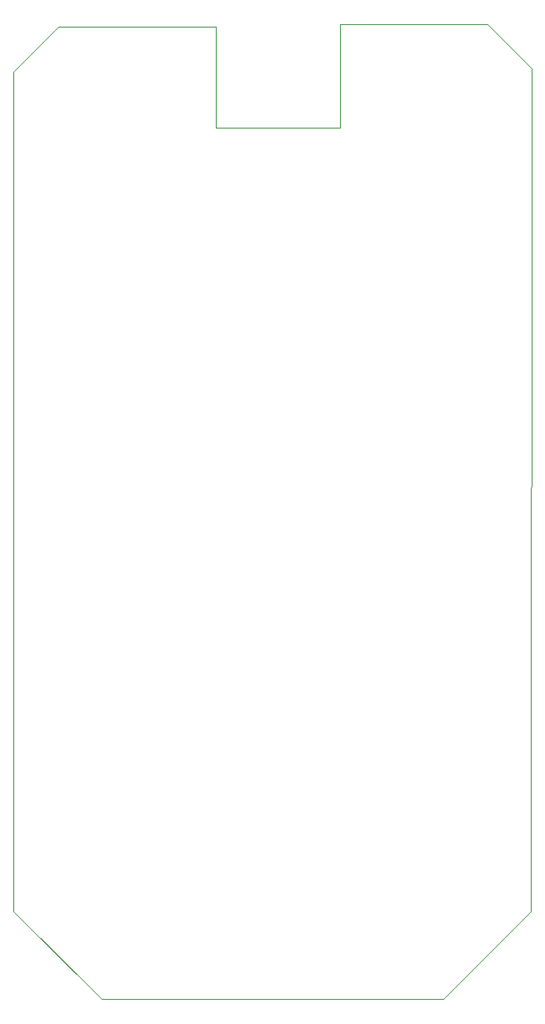
<source format=gbr>
%TF.GenerationSoftware,KiCad,Pcbnew,6.0.0-d3dd2cf0fa~116~ubuntu20.04.1*%
%TF.CreationDate,2022-01-03T11:44:46+00:00*%
%TF.ProjectId,peppermill,70657070-6572-46d6-996c-6c2e6b696361,rev?*%
%TF.SameCoordinates,Original*%
%TF.FileFunction,Profile,NP*%
%FSLAX46Y46*%
G04 Gerber Fmt 4.6, Leading zero omitted, Abs format (unit mm)*
G04 Created by KiCad (PCBNEW 6.0.0-d3dd2cf0fa~116~ubuntu20.04.1) date 2022-01-03 11:44:46*
%MOMM*%
%LPD*%
G01*
G04 APERTURE LIST*
%TA.AperFunction,Profile*%
%ADD10C,0.100000*%
%TD*%
G04 APERTURE END LIST*
D10*
X149148800Y-52400200D02*
X164134800Y-52400200D01*
X136525000Y-62839600D02*
X149148800Y-62839600D01*
X115976400Y-57200800D02*
X120573800Y-52603400D01*
X164134800Y-52400200D02*
X168605200Y-56870600D01*
X168605200Y-56870600D02*
X168579800Y-142392400D01*
X159639000Y-151282400D02*
X124917200Y-151282400D01*
X120573800Y-52603400D02*
X136525000Y-52603400D01*
X136525000Y-52603400D02*
X136525000Y-62839600D01*
X115976400Y-142341600D02*
X115976400Y-57200800D01*
X124917200Y-151282400D02*
X115976400Y-142341600D01*
X149148800Y-62839600D02*
X149148800Y-52400200D01*
X168579800Y-142392400D02*
X159639000Y-151282400D01*
M02*

</source>
